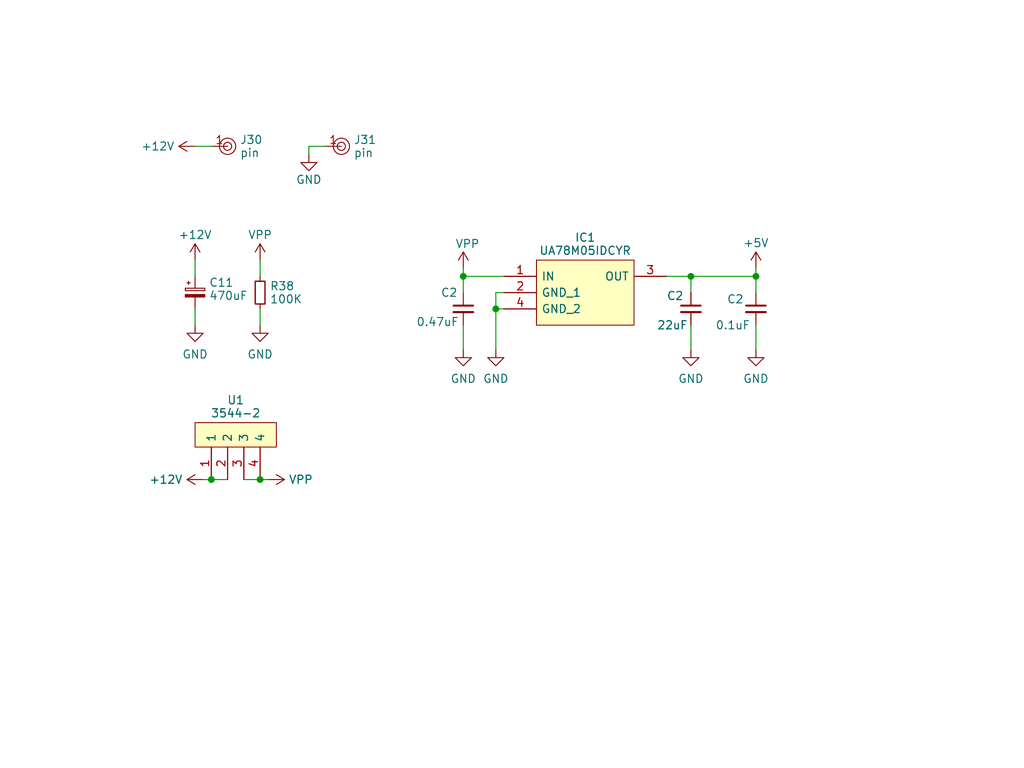
<source format=kicad_sch>
(kicad_sch (version 20230121) (generator eeschema)

  (uuid 766ee150-90bf-4745-9c67-df0896a7a826)

  (paper "User" 159.995 119.99)

  (lib_symbols
    (symbol "Device:C_Polarized_Small" (pin_numbers hide) (pin_names (offset 0.254) hide) (in_bom yes) (on_board yes)
      (property "Reference" "C" (at 0.254 1.778 0)
        (effects (font (size 1.27 1.27)) (justify left))
      )
      (property "Value" "C_Polarized_Small" (at 0.254 -2.032 0)
        (effects (font (size 1.27 1.27)) (justify left))
      )
      (property "Footprint" "" (at 0 0 0)
        (effects (font (size 1.27 1.27)) hide)
      )
      (property "Datasheet" "~" (at 0 0 0)
        (effects (font (size 1.27 1.27)) hide)
      )
      (property "ki_keywords" "cap capacitor" (at 0 0 0)
        (effects (font (size 1.27 1.27)) hide)
      )
      (property "ki_description" "Polarized capacitor, small symbol" (at 0 0 0)
        (effects (font (size 1.27 1.27)) hide)
      )
      (property "ki_fp_filters" "CP_*" (at 0 0 0)
        (effects (font (size 1.27 1.27)) hide)
      )
      (symbol "C_Polarized_Small_0_1"
        (rectangle (start -1.524 -0.3048) (end 1.524 -0.6858)
          (stroke (width 0) (type default))
          (fill (type outline))
        )
        (rectangle (start -1.524 0.6858) (end 1.524 0.3048)
          (stroke (width 0) (type default))
          (fill (type none))
        )
        (polyline
          (pts
            (xy -1.27 1.524)
            (xy -0.762 1.524)
          )
          (stroke (width 0) (type default))
          (fill (type none))
        )
        (polyline
          (pts
            (xy -1.016 1.27)
            (xy -1.016 1.778)
          )
          (stroke (width 0) (type default))
          (fill (type none))
        )
      )
      (symbol "C_Polarized_Small_1_1"
        (pin passive line (at 0 2.54 270) (length 1.8542)
          (name "~" (effects (font (size 1.27 1.27))))
          (number "1" (effects (font (size 1.27 1.27))))
        )
        (pin passive line (at 0 -2.54 90) (length 1.8542)
          (name "~" (effects (font (size 1.27 1.27))))
          (number "2" (effects (font (size 1.27 1.27))))
        )
      )
    )
    (symbol "Device:C_Small" (pin_numbers hide) (pin_names (offset 0.254) hide) (in_bom yes) (on_board yes)
      (property "Reference" "C" (at 0.254 1.778 0)
        (effects (font (size 1.27 1.27)) (justify left))
      )
      (property "Value" "C_Small" (at 0.254 -2.032 0)
        (effects (font (size 1.27 1.27)) (justify left))
      )
      (property "Footprint" "" (at 0 0 0)
        (effects (font (size 1.27 1.27)) hide)
      )
      (property "Datasheet" "~" (at 0 0 0)
        (effects (font (size 1.27 1.27)) hide)
      )
      (property "ki_keywords" "capacitor cap" (at 0 0 0)
        (effects (font (size 1.27 1.27)) hide)
      )
      (property "ki_description" "Unpolarized capacitor, small symbol" (at 0 0 0)
        (effects (font (size 1.27 1.27)) hide)
      )
      (property "ki_fp_filters" "C_*" (at 0 0 0)
        (effects (font (size 1.27 1.27)) hide)
      )
      (symbol "C_Small_0_1"
        (polyline
          (pts
            (xy -1.524 -0.508)
            (xy 1.524 -0.508)
          )
          (stroke (width 0.3302) (type default))
          (fill (type none))
        )
        (polyline
          (pts
            (xy -1.524 0.508)
            (xy 1.524 0.508)
          )
          (stroke (width 0.3048) (type default))
          (fill (type none))
        )
      )
      (symbol "C_Small_1_1"
        (pin passive line (at 0 2.54 270) (length 2.032)
          (name "~" (effects (font (size 1.27 1.27))))
          (number "1" (effects (font (size 1.27 1.27))))
        )
        (pin passive line (at 0 -2.54 90) (length 2.032)
          (name "~" (effects (font (size 1.27 1.27))))
          (number "2" (effects (font (size 1.27 1.27))))
        )
      )
    )
    (symbol "Device:R_Small" (pin_numbers hide) (pin_names (offset 0.254) hide) (in_bom yes) (on_board yes)
      (property "Reference" "R" (at 0.762 0.508 0)
        (effects (font (size 1.27 1.27)) (justify left))
      )
      (property "Value" "R_Small" (at 0.762 -1.016 0)
        (effects (font (size 1.27 1.27)) (justify left))
      )
      (property "Footprint" "" (at 0 0 0)
        (effects (font (size 1.27 1.27)) hide)
      )
      (property "Datasheet" "~" (at 0 0 0)
        (effects (font (size 1.27 1.27)) hide)
      )
      (property "ki_keywords" "R resistor" (at 0 0 0)
        (effects (font (size 1.27 1.27)) hide)
      )
      (property "ki_description" "Resistor, small symbol" (at 0 0 0)
        (effects (font (size 1.27 1.27)) hide)
      )
      (property "ki_fp_filters" "R_*" (at 0 0 0)
        (effects (font (size 1.27 1.27)) hide)
      )
      (symbol "R_Small_0_1"
        (rectangle (start -0.762 1.778) (end 0.762 -1.778)
          (stroke (width 0.2032) (type default))
          (fill (type none))
        )
      )
      (symbol "R_Small_1_1"
        (pin passive line (at 0 2.54 270) (length 0.762)
          (name "~" (effects (font (size 1.27 1.27))))
          (number "1" (effects (font (size 1.27 1.27))))
        )
        (pin passive line (at 0 -2.54 90) (length 0.762)
          (name "~" (effects (font (size 1.27 1.27))))
          (number "2" (effects (font (size 1.27 1.27))))
        )
      )
    )
    (symbol "Mylib:pin" (pin_names (offset 1.016)) (in_bom yes) (on_board yes)
      (property "Reference" "J" (at 0 0 0)
        (effects (font (size 1.27 1.27)))
      )
      (property "Value" "pin" (at 0 0 0)
        (effects (font (size 1.27 1.27)))
      )
      (property "Footprint" "" (at 0 0 0)
        (effects (font (size 1.27 1.27)) hide)
      )
      (property "Datasheet" "" (at 0 0 0)
        (effects (font (size 1.27 1.27)) hide)
      )
      (symbol "pin_0_1"
        (circle (center 2.54 -1.27) (radius 0.635)
          (stroke (width 0) (type default))
          (fill (type none))
        )
        (circle (center 2.54 -1.27) (radius 1.27)
          (stroke (width 0) (type default))
          (fill (type none))
        )
      )
      (symbol "pin_1_1"
        (pin bidirectional line (at 0 -1.27 0) (length 2.54)
          (name "~" (effects (font (size 1.27 1.27))))
          (number "1" (effects (font (size 1.27 1.27))))
        )
      )
    )
    (symbol "SamacSys_Parts:3544-2" (pin_names (offset 0.762)) (in_bom yes) (on_board yes)
      (property "Reference" "U1" (at 10.16 -2.54 0)
        (effects (font (size 1.27 1.27)) (justify left))
      )
      (property "Value" "3544-2" (at 10.16 -5.08 0)
        (effects (font (size 1.27 1.27)) (justify left))
      )
      (property "Footprint" "SamacSys_Parts:3544-2" (at 16.51 2.54 0)
        (effects (font (size 1.27 1.27)) (justify left) hide)
      )
      (property "Datasheet" "http://www.keyelco.com/product-pdf.cfm?p=1376" (at 16.51 0 0)
        (effects (font (size 1.27 1.27)) (justify left) hide)
      )
      (property "Description" "KEYSTONE - 3544-2 - FUSE HOLDER, 20A" (at 17.78 -2.54 0)
        (effects (font (size 1.27 1.27)) (justify left) hide)
      )
      (property "Height" "" (at 16.51 -5.08 0)
        (effects (font (size 1.27 1.27)) (justify left) hide)
      )
      (property "Manufacturer_Name" "Keystone Electronics" (at 16.51 -7.62 0)
        (effects (font (size 1.27 1.27)) (justify left) hide)
      )
      (property "Manufacturer_Part_Number" "3544-2" (at 16.51 -10.16 0)
        (effects (font (size 1.27 1.27)) (justify left) hide)
      )
      (property "Mouser Part Number" "534-3544-2" (at 16.51 -12.7 0)
        (effects (font (size 1.27 1.27)) (justify left) hide)
      )
      (property "Mouser Price/Stock" "https://www.mouser.co.uk/ProductDetail/Keystone-Electronics/3544-2?qs=zfzUrXoPZmgpv1XvMy4yHg%3D%3D" (at 16.51 -15.24 0)
        (effects (font (size 1.27 1.27)) (justify left) hide)
      )
      (property "Arrow Part Number" "3544-2" (at 16.51 -17.78 0)
        (effects (font (size 1.27 1.27)) (justify left) hide)
      )
      (property "Arrow Price/Stock" "https://www.arrow.com/en/products/3544-2/keystone-electronics?region=europe" (at 16.51 -20.32 0)
        (effects (font (size 1.27 1.27)) (justify left) hide)
      )
      (property "ki_description" "KEYSTONE - 3544-2 - FUSE HOLDER, 20A" (at 0 0 0)
        (effects (font (size 1.27 1.27)) hide)
      )
      (symbol "3544-2_0_0"
        (pin passive line (at 0 0 0) (length 5.08)
          (name "1" (effects (font (size 1.27 1.27))))
          (number "1" (effects (font (size 1.27 1.27))))
        )
        (pin passive line (at 0 -2.54 0) (length 5.08)
          (name "2" (effects (font (size 1.27 1.27))))
          (number "2" (effects (font (size 1.27 1.27))))
        )
        (pin passive line (at 0 -5.08 0) (length 5.08)
          (name "3" (effects (font (size 1.27 1.27))))
          (number "3" (effects (font (size 1.27 1.27))))
        )
        (pin passive line (at 0 -7.62 0) (length 5.08)
          (name "4" (effects (font (size 1.27 1.27))))
          (number "4" (effects (font (size 1.27 1.27))))
        )
      )
      (symbol "3544-2_1_1"
        (polyline
          (pts
            (xy 5.08 2.54)
            (xy 8.89 2.54)
            (xy 8.89 -10.16)
            (xy 5.08 -10.16)
            (xy 5.08 2.54)
          )
          (stroke (width 0.1524) (type solid))
          (fill (type background))
        )
      )
    )
    (symbol "SamacSys_Parts:LM2940IMP-5.0_NOPB" (pin_names (offset 0.762)) (in_bom yes) (on_board yes)
      (property "Reference" "IC1" (at 15.24 6.0692 0)
        (effects (font (size 1.27 1.27)))
      )
      (property "Value" "LM2940IMP-5.0_NOPB" (at 15.24 4.0212 0)
        (effects (font (size 1.27 1.27)))
      )
      (property "Footprint" "SOT230P700X180-4N" (at 26.67 2.54 0)
        (effects (font (size 1.27 1.27)) (justify left) hide)
      )
      (property "Datasheet" "https://datasheet.datasheetarchive.com/originals/distributors/Datasheets-SFU2/DSASFU100037171.pdf" (at 26.67 0 0)
        (effects (font (size 1.27 1.27)) (justify left) hide)
      )
      (property "Description" "LDO Regulator Pos 5V 1A SOT223 Texas Instruments LM2940IMP-5.0/NOPB, LDO Voltage Regulator, 1A, 5 V, 26 Vin, 3-Pin SOT-223" (at 26.67 -2.54 0)
        (effects (font (size 1.27 1.27)) (justify left) hide)
      )
      (property "Height" "1.8" (at 26.67 -5.08 0)
        (effects (font (size 1.27 1.27)) (justify left) hide)
      )
      (property "Manufacturer_Name" "Texas Instruments" (at 26.67 -7.62 0)
        (effects (font (size 1.27 1.27)) (justify left) hide)
      )
      (property "Manufacturer_Part_Number" "LM2940IMP-5.0/NOPB" (at 26.67 -10.16 0)
        (effects (font (size 1.27 1.27)) (justify left) hide)
      )
      (property "Mouser Part Number" "926-LM2940IMP5.0NOPB" (at 26.67 -12.7 0)
        (effects (font (size 1.27 1.27)) (justify left) hide)
      )
      (property "Mouser Price/Stock" "https://www.mouser.co.uk/ProductDetail/Texas-Instruments/LM2940IMP-5.0-NOPB?qs=X1J7HmVL2ZHsH%2FeS8BdGfg%3D%3D" (at 26.67 -15.24 0)
        (effects (font (size 1.27 1.27)) (justify left) hide)
      )
      (property "Arrow Part Number" "LM2940IMP-5.0/NOPB" (at 26.67 -17.78 0)
        (effects (font (size 1.27 1.27)) (justify left) hide)
      )
      (property "Arrow Price/Stock" "https://www.arrow.com/en/products/lm2940imp-5.0nopb/texas-instruments?region=nac" (at 26.67 -20.32 0)
        (effects (font (size 1.27 1.27)) (justify left) hide)
      )
      (property "ki_description" "LDO Regulator Pos 5V 1A SOT223 Texas Instruments LM2940IMP-5.0/NOPB, LDO Voltage Regulator, 1A, 5 V, 26 Vin, 3-Pin SOT-223" (at 0 0 0)
        (effects (font (size 1.27 1.27)) hide)
      )
      (symbol "LM2940IMP-5.0_NOPB_0_0"
        (pin passive line (at 0 0 0) (length 5.08)
          (name "IN" (effects (font (size 1.27 1.27))))
          (number "1" (effects (font (size 1.27 1.27))))
        )
        (pin passive line (at 0 -2.54 0) (length 5.08)
          (name "GND_1" (effects (font (size 1.27 1.27))))
          (number "2" (effects (font (size 1.27 1.27))))
        )
        (pin passive line (at 25.4 0 180) (length 5.08)
          (name "OUT" (effects (font (size 1.27 1.27))))
          (number "3" (effects (font (size 1.27 1.27))))
        )
        (pin passive line (at 0 -5.08 0) (length 5.08)
          (name "GND_2" (effects (font (size 1.27 1.27))))
          (number "4" (effects (font (size 1.27 1.27))))
        )
      )
      (symbol "LM2940IMP-5.0_NOPB_1_1"
        (polyline
          (pts
            (xy 5.08 2.54)
            (xy 20.32 2.54)
            (xy 20.32 -7.62)
            (xy 5.08 -7.62)
            (xy 5.08 2.54)
          )
          (stroke (width 0.1524) (type solid))
          (fill (type background))
        )
      )
    )
    (symbol "power:+12V" (power) (pin_names (offset 0)) (in_bom yes) (on_board yes)
      (property "Reference" "#PWR" (at 0 -3.81 0)
        (effects (font (size 1.27 1.27)) hide)
      )
      (property "Value" "+12V" (at 0 3.556 0)
        (effects (font (size 1.27 1.27)))
      )
      (property "Footprint" "" (at 0 0 0)
        (effects (font (size 1.27 1.27)) hide)
      )
      (property "Datasheet" "" (at 0 0 0)
        (effects (font (size 1.27 1.27)) hide)
      )
      (property "ki_keywords" "global power" (at 0 0 0)
        (effects (font (size 1.27 1.27)) hide)
      )
      (property "ki_description" "Power symbol creates a global label with name \"+12V\"" (at 0 0 0)
        (effects (font (size 1.27 1.27)) hide)
      )
      (symbol "+12V_0_1"
        (polyline
          (pts
            (xy -0.762 1.27)
            (xy 0 2.54)
          )
          (stroke (width 0) (type default))
          (fill (type none))
        )
        (polyline
          (pts
            (xy 0 0)
            (xy 0 2.54)
          )
          (stroke (width 0) (type default))
          (fill (type none))
        )
        (polyline
          (pts
            (xy 0 2.54)
            (xy 0.762 1.27)
          )
          (stroke (width 0) (type default))
          (fill (type none))
        )
      )
      (symbol "+12V_1_1"
        (pin power_in line (at 0 0 90) (length 0) hide
          (name "+12V" (effects (font (size 1.27 1.27))))
          (number "1" (effects (font (size 1.27 1.27))))
        )
      )
    )
    (symbol "power:+5V" (power) (pin_names (offset 0)) (in_bom yes) (on_board yes)
      (property "Reference" "#PWR" (at 0 -3.81 0)
        (effects (font (size 1.27 1.27)) hide)
      )
      (property "Value" "+5V" (at 0 3.556 0)
        (effects (font (size 1.27 1.27)))
      )
      (property "Footprint" "" (at 0 0 0)
        (effects (font (size 1.27 1.27)) hide)
      )
      (property "Datasheet" "" (at 0 0 0)
        (effects (font (size 1.27 1.27)) hide)
      )
      (property "ki_keywords" "global power" (at 0 0 0)
        (effects (font (size 1.27 1.27)) hide)
      )
      (property "ki_description" "Power symbol creates a global label with name \"+5V\"" (at 0 0 0)
        (effects (font (size 1.27 1.27)) hide)
      )
      (symbol "+5V_0_1"
        (polyline
          (pts
            (xy -0.762 1.27)
            (xy 0 2.54)
          )
          (stroke (width 0) (type default))
          (fill (type none))
        )
        (polyline
          (pts
            (xy 0 0)
            (xy 0 2.54)
          )
          (stroke (width 0) (type default))
          (fill (type none))
        )
        (polyline
          (pts
            (xy 0 2.54)
            (xy 0.762 1.27)
          )
          (stroke (width 0) (type default))
          (fill (type none))
        )
      )
      (symbol "+5V_1_1"
        (pin power_in line (at 0 0 90) (length 0) hide
          (name "+5V" (effects (font (size 1.27 1.27))))
          (number "1" (effects (font (size 1.27 1.27))))
        )
      )
    )
    (symbol "power:GND" (power) (pin_names (offset 0)) (in_bom yes) (on_board yes)
      (property "Reference" "#PWR" (at 0 -6.35 0)
        (effects (font (size 1.27 1.27)) hide)
      )
      (property "Value" "GND" (at 0 -3.81 0)
        (effects (font (size 1.27 1.27)))
      )
      (property "Footprint" "" (at 0 0 0)
        (effects (font (size 1.27 1.27)) hide)
      )
      (property "Datasheet" "" (at 0 0 0)
        (effects (font (size 1.27 1.27)) hide)
      )
      (property "ki_keywords" "power-flag" (at 0 0 0)
        (effects (font (size 1.27 1.27)) hide)
      )
      (property "ki_description" "Power symbol creates a global label with name \"GND\" , ground" (at 0 0 0)
        (effects (font (size 1.27 1.27)) hide)
      )
      (symbol "GND_0_1"
        (polyline
          (pts
            (xy 0 0)
            (xy 0 -1.27)
            (xy 1.27 -1.27)
            (xy 0 -2.54)
            (xy -1.27 -1.27)
            (xy 0 -1.27)
          )
          (stroke (width 0) (type default))
          (fill (type none))
        )
      )
      (symbol "GND_1_1"
        (pin power_in line (at 0 0 270) (length 0) hide
          (name "GND" (effects (font (size 1.27 1.27))))
          (number "1" (effects (font (size 1.27 1.27))))
        )
      )
    )
    (symbol "power:VPP" (power) (pin_names (offset 0)) (in_bom yes) (on_board yes)
      (property "Reference" "#PWR" (at 0 -3.81 0)
        (effects (font (size 1.27 1.27)) hide)
      )
      (property "Value" "VPP" (at 0 3.81 0)
        (effects (font (size 1.27 1.27)))
      )
      (property "Footprint" "" (at 0 0 0)
        (effects (font (size 1.27 1.27)) hide)
      )
      (property "Datasheet" "" (at 0 0 0)
        (effects (font (size 1.27 1.27)) hide)
      )
      (property "ki_keywords" "power-flag" (at 0 0 0)
        (effects (font (size 1.27 1.27)) hide)
      )
      (property "ki_description" "Power symbol creates a global label with name \"VPP\"" (at 0 0 0)
        (effects (font (size 1.27 1.27)) hide)
      )
      (symbol "VPP_0_1"
        (polyline
          (pts
            (xy -0.762 1.27)
            (xy 0 2.54)
          )
          (stroke (width 0) (type default))
          (fill (type none))
        )
        (polyline
          (pts
            (xy 0 0)
            (xy 0 2.54)
          )
          (stroke (width 0) (type default))
          (fill (type none))
        )
        (polyline
          (pts
            (xy 0 2.54)
            (xy 0.762 1.27)
          )
          (stroke (width 0) (type default))
          (fill (type none))
        )
      )
      (symbol "VPP_1_1"
        (pin power_in line (at 0 0 90) (length 0) hide
          (name "VPP" (effects (font (size 1.27 1.27))))
          (number "1" (effects (font (size 1.27 1.27))))
        )
      )
    )
  )

  (junction (at 77.47 48.26) (diameter 0) (color 0 0 0 0)
    (uuid c2132298-6982-466c-a710-9b37564672c3)
  )
  (junction (at 40.64 74.93) (diameter 0) (color 0 0 0 0)
    (uuid c8e4dadc-e493-4547-8af7-bbae87dd6615)
  )
  (junction (at 118.11 43.18) (diameter 0) (color 0 0 0 0)
    (uuid e03f4efc-2dbb-45df-83b9-a1f0f7c01607)
  )
  (junction (at 33.02 74.93) (diameter 0) (color 0 0 0 0)
    (uuid e40f692e-1c0c-4921-a3e7-73ac3571ff28)
  )
  (junction (at 72.39 43.18) (diameter 0) (color 0 0 0 0)
    (uuid f0ea047f-364c-4303-89b9-58fb8483c1c4)
  )
  (junction (at 107.95 43.18) (diameter 0) (color 0 0 0 0)
    (uuid fc63233e-70a8-46e0-8f32-10a77f3c9157)
  )

  (wire (pts (xy 30.48 40.64) (xy 30.48 43.18))
    (stroke (width 0) (type default))
    (uuid 08e5dbd0-71d8-4a56-b7a4-56e19d55d5e2)
  )
  (wire (pts (xy 30.48 48.26) (xy 30.48 50.8))
    (stroke (width 0) (type default))
    (uuid 20c55510-299b-4383-9c43-958ad02120e5)
  )
  (wire (pts (xy 77.47 45.72) (xy 78.74 45.72))
    (stroke (width 0) (type default))
    (uuid 230f3599-b01b-435a-8bbf-c1b1d08612c5)
  )
  (wire (pts (xy 118.11 41.91) (xy 118.11 43.18))
    (stroke (width 0) (type default))
    (uuid 31a6c6cb-74be-4764-96a3-000fc3daf678)
  )
  (wire (pts (xy 38.1 74.93) (xy 40.64 74.93))
    (stroke (width 0) (type default))
    (uuid 4622ba12-1e33-4d61-86fb-797e7417944c)
  )
  (wire (pts (xy 72.39 43.18) (xy 72.39 45.72))
    (stroke (width 0) (type default))
    (uuid 4668e388-5b3a-4875-ba17-df7484b9a992)
  )
  (wire (pts (xy 40.64 74.93) (xy 41.91 74.93))
    (stroke (width 0) (type default))
    (uuid 46955a13-12c3-446b-ad6c-71f7d26d1db9)
  )
  (wire (pts (xy 33.02 74.93) (xy 35.56 74.93))
    (stroke (width 0) (type default))
    (uuid 4ba382a3-ea7f-47fa-b6ea-1afd0f475e46)
  )
  (wire (pts (xy 77.47 48.26) (xy 78.74 48.26))
    (stroke (width 0) (type default))
    (uuid 6aeb95f9-2eb0-4802-8148-39088a5c2a42)
  )
  (wire (pts (xy 118.11 50.8) (xy 118.11 54.61))
    (stroke (width 0) (type default))
    (uuid 6e0ee0e6-d6b9-436e-8875-03315eff6ce9)
  )
  (wire (pts (xy 40.64 40.64) (xy 40.64 43.18))
    (stroke (width 0) (type default))
    (uuid 8500d1ef-292e-4e81-b858-565fe06579a5)
  )
  (wire (pts (xy 77.47 48.26) (xy 77.47 54.61))
    (stroke (width 0) (type default))
    (uuid 8b95cd0e-b8b1-4b82-adcd-594af25e186b)
  )
  (wire (pts (xy 40.64 48.26) (xy 40.64 50.8))
    (stroke (width 0) (type default))
    (uuid 95768d52-55d8-49d7-a511-17f85b625f63)
  )
  (wire (pts (xy 48.26 24.13) (xy 48.26 22.86))
    (stroke (width 0) (type default))
    (uuid a20ee801-c12d-4677-b7ee-b43c566781ea)
  )
  (wire (pts (xy 107.95 50.8) (xy 107.95 54.61))
    (stroke (width 0) (type default))
    (uuid a20f1ed1-edef-4801-bfc3-22a517917fac)
  )
  (wire (pts (xy 30.48 22.86) (xy 33.02 22.86))
    (stroke (width 0) (type default))
    (uuid b0b4bf5a-ccb6-40fa-9bd9-bdd1c8fd60aa)
  )
  (wire (pts (xy 107.95 45.72) (xy 107.95 43.18))
    (stroke (width 0) (type default))
    (uuid b1569694-f223-453d-84e3-5dd1d9633f73)
  )
  (wire (pts (xy 48.26 22.86) (xy 50.8 22.86))
    (stroke (width 0) (type default))
    (uuid b506865c-45ba-452d-8045-d5a71ed2afd3)
  )
  (wire (pts (xy 72.39 41.91) (xy 72.39 43.18))
    (stroke (width 0) (type default))
    (uuid b809dd5b-0445-4ff9-8c33-3fcdb66cb5d8)
  )
  (wire (pts (xy 31.75 74.93) (xy 33.02 74.93))
    (stroke (width 0) (type default))
    (uuid c45563f7-6033-423c-8983-3f0e1460a867)
  )
  (wire (pts (xy 104.14 43.18) (xy 107.95 43.18))
    (stroke (width 0) (type default))
    (uuid c75f0c45-a022-4b51-b62f-0ca0b72e20aa)
  )
  (wire (pts (xy 72.39 43.18) (xy 78.74 43.18))
    (stroke (width 0) (type default))
    (uuid c8204b2e-878c-402f-83a8-b058af538fe1)
  )
  (wire (pts (xy 77.47 48.26) (xy 77.47 45.72))
    (stroke (width 0) (type default))
    (uuid c82f6214-46f9-46b8-850f-c5d352f77a6c)
  )
  (wire (pts (xy 118.11 43.18) (xy 107.95 43.18))
    (stroke (width 0) (type default))
    (uuid d0197fe7-3a3d-4fa5-87b6-bee7469fd10d)
  )
  (wire (pts (xy 118.11 43.18) (xy 118.11 45.72))
    (stroke (width 0) (type default))
    (uuid db23ab09-cb84-4bda-980b-9a10dbf4b8cd)
  )
  (wire (pts (xy 72.39 50.8) (xy 72.39 54.61))
    (stroke (width 0) (type default))
    (uuid f8ba56a3-8a54-4b8a-97f3-0419a1eb536e)
  )

  (symbol (lib_id "Device:C_Small") (at 72.39 48.26 0) (unit 1)
    (in_bom yes) (on_board yes) (dnp no)
    (uuid 0200a2d5-2eff-4414-a018-2de5e1f3ebbe)
    (property "Reference" "C2" (at 68.834 45.72 0)
      (effects (font (size 1.27 1.27)) (justify left))
    )
    (property "Value" "0.47uF" (at 65.024 50.292 0)
      (effects (font (size 1.27 1.27)) (justify left))
    )
    (property "Footprint" "Capacitor_SMD:C_1206_3216Metric_Pad1.33x1.80mm_HandSolder" (at 72.39 48.26 0)
      (effects (font (size 1.27 1.27)) hide)
    )
    (property "Datasheet" "~" (at 72.39 48.26 0)
      (effects (font (size 1.27 1.27)) hide)
    )
    (pin "1" (uuid 2e43caa1-cf3d-4bd2-80cd-4349cc11551a))
    (pin "2" (uuid 100731d1-c031-4565-a612-60b0f9a43e71))
    (instances
      (project "RPi_Pico_W_A4988_control_board"
        (path "/67ad53b0-e724-4354-8add-ffbe056bca93"
          (reference "C2") (unit 1)
        )
        (path "/67ad53b0-e724-4354-8add-ffbe056bca93/07c0a6ff-eef2-4578-b5db-f7e0ea607e3d"
          (reference "C9") (unit 1)
        )
        (path "/67ad53b0-e724-4354-8add-ffbe056bca93/9c4f98f1-bc47-4c4b-bbad-ba5566d013b5"
          (reference "C3") (unit 1)
        )
        (path "/67ad53b0-e724-4354-8add-ffbe056bca93/03c1781e-297b-49e1-8cb8-7d532072eddb"
          (reference "C4") (unit 1)
        )
      )
    )
  )

  (symbol (lib_id "power:VPP") (at 41.91 74.93 270) (unit 1)
    (in_bom yes) (on_board yes) (dnp no) (fields_autoplaced)
    (uuid 0a11aa13-fcaf-4900-ac97-bc0cd5bdfb49)
    (property "Reference" "#PWR0108" (at 38.1 74.93 0)
      (effects (font (size 1.27 1.27)) hide)
    )
    (property "Value" "VPP" (at 45.085 74.93 90)
      (effects (font (size 1.27 1.27)) (justify left))
    )
    (property "Footprint" "" (at 41.91 74.93 0)
      (effects (font (size 1.27 1.27)) hide)
    )
    (property "Datasheet" "" (at 41.91 74.93 0)
      (effects (font (size 1.27 1.27)) hide)
    )
    (pin "1" (uuid a7af6b98-2701-4e95-b274-3c383cbee451))
    (instances
      (project "RPi_Pico_W_A4988_control_board"
        (path "/67ad53b0-e724-4354-8add-ffbe056bca93/9c4f98f1-bc47-4c4b-bbad-ba5566d013b5"
          (reference "#PWR0108") (unit 1)
        )
        (path "/67ad53b0-e724-4354-8add-ffbe056bca93/03c1781e-297b-49e1-8cb8-7d532072eddb"
          (reference "#PWR0107") (unit 1)
        )
      )
      (project "Motor_module"
        (path "/e63e39d7-6ac0-4ffd-8aa3-1841a4541b55"
          (reference "#PWR0134") (unit 1)
        )
      )
    )
  )

  (symbol (lib_id "SamacSys_Parts:3544-2") (at 33.02 74.93 90) (unit 1)
    (in_bom yes) (on_board yes) (dnp no) (fields_autoplaced)
    (uuid 1e543125-7b05-40d6-97e0-2cf7f93bb64e)
    (property "Reference" "U1" (at 36.83 62.5108 90)
      (effects (font (size 1.27 1.27)))
    )
    (property "Value" "3544-2" (at 36.83 64.5588 90)
      (effects (font (size 1.27 1.27)))
    )
    (property "Footprint" "SamacSys_Parts:3544-2" (at 30.48 58.42 0)
      (effects (font (size 1.27 1.27)) (justify left) hide)
    )
    (property "Datasheet" "http://www.keyelco.com/product-pdf.cfm?p=1376" (at 33.02 58.42 0)
      (effects (font (size 1.27 1.27)) (justify left) hide)
    )
    (property "Description" "KEYSTONE - 3544-2 - FUSE HOLDER, 20A" (at 35.56 57.15 0)
      (effects (font (size 1.27 1.27)) (justify left) hide)
    )
    (property "Height" "" (at 38.1 58.42 0)
      (effects (font (size 1.27 1.27)) (justify left) hide)
    )
    (property "Manufacturer_Name" "Keystone Electronics" (at 40.64 58.42 0)
      (effects (font (size 1.27 1.27)) (justify left) hide)
    )
    (property "Manufacturer_Part_Number" "3544-2" (at 43.18 58.42 0)
      (effects (font (size 1.27 1.27)) (justify left) hide)
    )
    (property "Mouser Part Number" "534-3544-2" (at 45.72 58.42 0)
      (effects (font (size 1.27 1.27)) (justify left) hide)
    )
    (property "Mouser Price/Stock" "https://www.mouser.co.uk/ProductDetail/Keystone-Electronics/3544-2?qs=zfzUrXoPZmgpv1XvMy4yHg%3D%3D" (at 48.26 58.42 0)
      (effects (font (size 1.27 1.27)) (justify left) hide)
    )
    (property "Arrow Part Number" "3544-2" (at 50.8 58.42 0)
      (effects (font (size 1.27 1.27)) (justify left) hide)
    )
    (property "Arrow Price/Stock" "https://www.arrow.com/en/products/3544-2/keystone-electronics?region=europe" (at 53.34 58.42 0)
      (effects (font (size 1.27 1.27)) (justify left) hide)
    )
    (pin "1" (uuid 5ac3f19e-d457-48fe-ba46-8efa676867f9))
    (pin "2" (uuid 43304534-ff8c-4ac3-8c41-1934af3f9fe8))
    (pin "3" (uuid 29602909-262a-4265-b924-7fc0474c747f))
    (pin "4" (uuid 8945c9b6-b8f0-476f-aa43-644abba95529))
    (instances
      (project "INDICATOR"
        (path "/65265907-6721-4f79-b3a8-f708d4e7460b"
          (reference "U1") (unit 1)
        )
      )
      (project "RPi_Pico_W_A4988_control_board"
        (path "/67ad53b0-e724-4354-8add-ffbe056bca93/03c1781e-297b-49e1-8cb8-7d532072eddb"
          (reference "U1") (unit 1)
        )
        (path "/67ad53b0-e724-4354-8add-ffbe056bca93/9c4f98f1-bc47-4c4b-bbad-ba5566d013b5"
          (reference "U1") (unit 1)
        )
      )
    )
  )

  (symbol (lib_id "Device:R_Small") (at 40.64 45.72 0) (unit 1)
    (in_bom yes) (on_board yes) (dnp no) (fields_autoplaced)
    (uuid 23c97819-7606-4fa0-ba2d-cd869983fcce)
    (property "Reference" "R38" (at 42.1386 44.696 0)
      (effects (font (size 1.27 1.27)) (justify left))
    )
    (property "Value" "100K" (at 42.1386 46.744 0)
      (effects (font (size 1.27 1.27)) (justify left))
    )
    (property "Footprint" "Resistor_SMD:R_1206_3216Metric_Pad1.30x1.75mm_HandSolder" (at 40.64 45.72 0)
      (effects (font (size 1.27 1.27)) hide)
    )
    (property "Datasheet" "~" (at 40.64 45.72 0)
      (effects (font (size 1.27 1.27)) hide)
    )
    (pin "1" (uuid 3bc76f5d-3546-45e8-baa2-aec1dbbe950b))
    (pin "2" (uuid 819bbaca-bc5f-4fb3-86e7-c8f2603cce29))
    (instances
      (project "RPi_Pico_W_A4988_control_board"
        (path "/67ad53b0-e724-4354-8add-ffbe056bca93/03c1781e-297b-49e1-8cb8-7d532072eddb"
          (reference "R38") (unit 1)
        )
      )
    )
  )

  (symbol (lib_id "Mylib:pin") (at 50.8 21.59 0) (unit 1)
    (in_bom yes) (on_board yes) (dnp no) (fields_autoplaced)
    (uuid 29ca9f0b-9b77-4160-b388-48eaefa1dbc6)
    (property "Reference" "J31" (at 55.245 21.836 0)
      (effects (font (size 1.27 1.27)) (justify left))
    )
    (property "Value" "pin" (at 55.245 23.884 0)
      (effects (font (size 1.27 1.27)) (justify left))
    )
    (property "Footprint" "Mylib:conn_SMD_15mmx5mm" (at 50.8 21.59 0)
      (effects (font (size 1.27 1.27)) hide)
    )
    (property "Datasheet" "" (at 50.8 21.59 0)
      (effects (font (size 1.27 1.27)) hide)
    )
    (pin "1" (uuid 44e60f76-41c4-434f-b0c6-d6a747bca92d))
    (instances
      (project "RPi_Pico_W_A4988_control_board"
        (path "/67ad53b0-e724-4354-8add-ffbe056bca93/9c4f98f1-bc47-4c4b-bbad-ba5566d013b5"
          (reference "J31") (unit 1)
        )
        (path "/67ad53b0-e724-4354-8add-ffbe056bca93/03c1781e-297b-49e1-8cb8-7d532072eddb"
          (reference "J31") (unit 1)
        )
      )
    )
  )

  (symbol (lib_id "power:+12V") (at 31.75 74.93 90) (unit 1)
    (in_bom yes) (on_board yes) (dnp no) (fields_autoplaced)
    (uuid 32bf2efb-70ed-40dc-90c8-93c4109ae375)
    (property "Reference" "#PWR0108" (at 35.56 74.93 0)
      (effects (font (size 1.27 1.27)) hide)
    )
    (property "Value" "+12V" (at 28.575 74.93 90)
      (effects (font (size 1.27 1.27)) (justify left))
    )
    (property "Footprint" "" (at 31.75 74.93 0)
      (effects (font (size 1.27 1.27)) hide)
    )
    (property "Datasheet" "" (at 31.75 74.93 0)
      (effects (font (size 1.27 1.27)) hide)
    )
    (pin "1" (uuid cab9c9a4-0a14-4875-be1b-d8a0d8977b68))
    (instances
      (project "RPi_Pico_W_A4988_control_board"
        (path "/67ad53b0-e724-4354-8add-ffbe056bca93/03c1781e-297b-49e1-8cb8-7d532072eddb"
          (reference "#PWR0108") (unit 1)
        )
        (path "/67ad53b0-e724-4354-8add-ffbe056bca93/9c4f98f1-bc47-4c4b-bbad-ba5566d013b5"
          (reference "#PWR0107") (unit 1)
        )
      )
    )
  )

  (symbol (lib_id "power:+5V") (at 118.11 41.91 0) (unit 1)
    (in_bom yes) (on_board yes) (dnp no) (fields_autoplaced)
    (uuid 36b210ca-f12f-4810-b98c-d4af789ca898)
    (property "Reference" "#PWR065" (at 118.11 45.72 0)
      (effects (font (size 1.27 1.27)) hide)
    )
    (property "Value" "+5V" (at 118.11 37.965 0)
      (effects (font (size 1.27 1.27)))
    )
    (property "Footprint" "" (at 118.11 41.91 0)
      (effects (font (size 1.27 1.27)) hide)
    )
    (property "Datasheet" "" (at 118.11 41.91 0)
      (effects (font (size 1.27 1.27)) hide)
    )
    (pin "1" (uuid 8e8fda3c-0ff5-40af-b8f6-28629a5708f6))
    (instances
      (project "RPi_Pico_W_A4988_control_board"
        (path "/67ad53b0-e724-4354-8add-ffbe056bca93/03c1781e-297b-49e1-8cb8-7d532072eddb"
          (reference "#PWR065") (unit 1)
        )
      )
    )
  )

  (symbol (lib_id "power:VPP") (at 72.39 41.91 0) (unit 1)
    (in_bom yes) (on_board yes) (dnp no)
    (uuid 3d55ff0f-c677-4069-b86d-8e73e46e77ac)
    (property "Reference" "#PWR0108" (at 72.39 45.72 0)
      (effects (font (size 1.27 1.27)) hide)
    )
    (property "Value" "VPP" (at 71.12 38.1 0)
      (effects (font (size 1.27 1.27)) (justify left))
    )
    (property "Footprint" "" (at 72.39 41.91 0)
      (effects (font (size 1.27 1.27)) hide)
    )
    (property "Datasheet" "" (at 72.39 41.91 0)
      (effects (font (size 1.27 1.27)) hide)
    )
    (pin "1" (uuid ae266846-59ae-4aa5-9881-e153a454861b))
    (instances
      (project "RPi_Pico_W_A4988_control_board"
        (path "/67ad53b0-e724-4354-8add-ffbe056bca93/9c4f98f1-bc47-4c4b-bbad-ba5566d013b5"
          (reference "#PWR0108") (unit 1)
        )
        (path "/67ad53b0-e724-4354-8add-ffbe056bca93/03c1781e-297b-49e1-8cb8-7d532072eddb"
          (reference "#PWR076") (unit 1)
        )
      )
      (project "Motor_module"
        (path "/e63e39d7-6ac0-4ffd-8aa3-1841a4541b55"
          (reference "#PWR0134") (unit 1)
        )
      )
    )
  )

  (symbol (lib_id "power:+12V") (at 30.48 22.86 90) (unit 1)
    (in_bom yes) (on_board yes) (dnp no) (fields_autoplaced)
    (uuid 5a642ad4-b873-461c-a3ea-28027d8a4ec9)
    (property "Reference" "#PWR0109" (at 34.29 22.86 0)
      (effects (font (size 1.27 1.27)) hide)
    )
    (property "Value" "+12V" (at 27.305 22.86 90)
      (effects (font (size 1.27 1.27)) (justify left))
    )
    (property "Footprint" "" (at 30.48 22.86 0)
      (effects (font (size 1.27 1.27)) hide)
    )
    (property "Datasheet" "" (at 30.48 22.86 0)
      (effects (font (size 1.27 1.27)) hide)
    )
    (pin "1" (uuid 945a2132-7547-47d3-a2e0-ee0f34d01d9f))
    (instances
      (project "RPi_Pico_W_A4988_control_board"
        (path "/67ad53b0-e724-4354-8add-ffbe056bca93/03c1781e-297b-49e1-8cb8-7d532072eddb"
          (reference "#PWR0109") (unit 1)
        )
        (path "/67ad53b0-e724-4354-8add-ffbe056bca93/9c4f98f1-bc47-4c4b-bbad-ba5566d013b5"
          (reference "#PWR0110") (unit 1)
        )
      )
    )
  )

  (symbol (lib_id "power:GND") (at 40.64 50.8 0) (unit 1)
    (in_bom yes) (on_board yes) (dnp no) (fields_autoplaced)
    (uuid 5b9459ce-9d8d-4431-b52e-6f62127743fc)
    (property "Reference" "#PWR05" (at 40.64 57.15 0)
      (effects (font (size 1.27 1.27)) hide)
    )
    (property "Value" "GND" (at 40.64 55.3625 0)
      (effects (font (size 1.27 1.27)))
    )
    (property "Footprint" "" (at 40.64 50.8 0)
      (effects (font (size 1.27 1.27)) hide)
    )
    (property "Datasheet" "" (at 40.64 50.8 0)
      (effects (font (size 1.27 1.27)) hide)
    )
    (pin "1" (uuid 227e65f9-6c0c-427b-b892-6e3354599e35))
    (instances
      (project "RPi_Pico_W_A4988_control_board"
        (path "/67ad53b0-e724-4354-8add-ffbe056bca93/9c4f98f1-bc47-4c4b-bbad-ba5566d013b5"
          (reference "#PWR05") (unit 1)
        )
        (path "/67ad53b0-e724-4354-8add-ffbe056bca93/03c1781e-297b-49e1-8cb8-7d532072eddb"
          (reference "#PWR0112") (unit 1)
        )
      )
      (project "Motor_module"
        (path "/e63e39d7-6ac0-4ffd-8aa3-1841a4541b55"
          (reference "#PWR0112") (unit 1)
        )
      )
    )
  )

  (symbol (lib_id "Device:C_Small") (at 118.11 48.26 0) (unit 1)
    (in_bom yes) (on_board yes) (dnp no)
    (uuid 5d52449c-bc5e-4be7-92de-6c8aa94f0cdf)
    (property "Reference" "C2" (at 113.538 46.736 0)
      (effects (font (size 1.27 1.27)) (justify left))
    )
    (property "Value" "0.1uF" (at 111.76 50.8 0)
      (effects (font (size 1.27 1.27)) (justify left))
    )
    (property "Footprint" "Capacitor_SMD:C_1206_3216Metric_Pad1.33x1.80mm_HandSolder" (at 118.11 48.26 0)
      (effects (font (size 1.27 1.27)) hide)
    )
    (property "Datasheet" "~" (at 118.11 48.26 0)
      (effects (font (size 1.27 1.27)) hide)
    )
    (pin "1" (uuid 4db62bb5-8f6a-4b29-a83d-474675168c4d))
    (pin "2" (uuid 88b4f94f-ca30-47e8-b5eb-fa9bd478f9fe))
    (instances
      (project "RPi_Pico_W_A4988_control_board"
        (path "/67ad53b0-e724-4354-8add-ffbe056bca93"
          (reference "C2") (unit 1)
        )
        (path "/67ad53b0-e724-4354-8add-ffbe056bca93/07c0a6ff-eef2-4578-b5db-f7e0ea607e3d"
          (reference "C9") (unit 1)
        )
        (path "/67ad53b0-e724-4354-8add-ffbe056bca93/9c4f98f1-bc47-4c4b-bbad-ba5566d013b5"
          (reference "C1") (unit 1)
        )
        (path "/67ad53b0-e724-4354-8add-ffbe056bca93/03c1781e-297b-49e1-8cb8-7d532072eddb"
          (reference "C5") (unit 1)
        )
      )
    )
  )

  (symbol (lib_id "power:GND") (at 118.11 54.61 0) (unit 1)
    (in_bom yes) (on_board yes) (dnp no) (fields_autoplaced)
    (uuid 895fd4c3-a55e-49e1-adaa-0910893b8a66)
    (property "Reference" "#PWR05" (at 118.11 60.96 0)
      (effects (font (size 1.27 1.27)) hide)
    )
    (property "Value" "GND" (at 118.11 59.1725 0)
      (effects (font (size 1.27 1.27)))
    )
    (property "Footprint" "" (at 118.11 54.61 0)
      (effects (font (size 1.27 1.27)) hide)
    )
    (property "Datasheet" "" (at 118.11 54.61 0)
      (effects (font (size 1.27 1.27)) hide)
    )
    (pin "1" (uuid fb40535c-485a-4789-ae08-31f96066199a))
    (instances
      (project "RPi_Pico_W_A4988_control_board"
        (path "/67ad53b0-e724-4354-8add-ffbe056bca93/9c4f98f1-bc47-4c4b-bbad-ba5566d013b5"
          (reference "#PWR05") (unit 1)
        )
        (path "/67ad53b0-e724-4354-8add-ffbe056bca93/03c1781e-297b-49e1-8cb8-7d532072eddb"
          (reference "#PWR05") (unit 1)
        )
      )
      (project "Motor_module"
        (path "/e63e39d7-6ac0-4ffd-8aa3-1841a4541b55"
          (reference "#PWR0112") (unit 1)
        )
      )
    )
  )

  (symbol (lib_id "Device:C_Polarized_Small") (at 30.48 45.72 0) (unit 1)
    (in_bom yes) (on_board yes) (dnp no) (fields_autoplaced)
    (uuid 89d02eed-0362-465b-a569-08cdc485a505)
    (property "Reference" "C11" (at 32.639 44.1499 0)
      (effects (font (size 1.27 1.27)) (justify left))
    )
    (property "Value" "470uF" (at 32.639 46.1979 0)
      (effects (font (size 1.27 1.27)) (justify left))
    )
    (property "Footprint" "Capacitor_THT:CP_Radial_D12.5mm_P5.00mm" (at 30.48 45.72 0)
      (effects (font (size 1.27 1.27)) hide)
    )
    (property "Datasheet" "~" (at 30.48 45.72 0)
      (effects (font (size 1.27 1.27)) hide)
    )
    (pin "1" (uuid 114fcb39-f4f3-475d-8880-54469f6f1d80))
    (pin "2" (uuid 5e4481ec-3084-44e6-a324-399a7fef029d))
    (instances
      (project "RPi_Pico_W_A4988_control_board"
        (path "/67ad53b0-e724-4354-8add-ffbe056bca93/03c1781e-297b-49e1-8cb8-7d532072eddb"
          (reference "C11") (unit 1)
        )
      )
    )
  )

  (symbol (lib_id "power:GND") (at 48.26 24.13 0) (unit 1)
    (in_bom yes) (on_board yes) (dnp no) (fields_autoplaced)
    (uuid b72e1e13-36db-468a-9ba5-7faca1608e1f)
    (property "Reference" "#PWR06" (at 48.26 30.48 0)
      (effects (font (size 1.27 1.27)) hide)
    )
    (property "Value" "GND" (at 48.26 28.075 0)
      (effects (font (size 1.27 1.27)))
    )
    (property "Footprint" "" (at 48.26 24.13 0)
      (effects (font (size 1.27 1.27)) hide)
    )
    (property "Datasheet" "" (at 48.26 24.13 0)
      (effects (font (size 1.27 1.27)) hide)
    )
    (pin "1" (uuid bf5dd9d8-c8e5-4b2c-8d7d-7dba5ca6c68c))
    (instances
      (project "RPi_Pico_W_A4988_control_board"
        (path "/67ad53b0-e724-4354-8add-ffbe056bca93"
          (reference "#PWR06") (unit 1)
        )
        (path "/67ad53b0-e724-4354-8add-ffbe056bca93/07c0a6ff-eef2-4578-b5db-f7e0ea607e3d"
          (reference "#PWR031") (unit 1)
        )
        (path "/67ad53b0-e724-4354-8add-ffbe056bca93/9c4f98f1-bc47-4c4b-bbad-ba5566d013b5"
          (reference "#PWR0109") (unit 1)
        )
        (path "/67ad53b0-e724-4354-8add-ffbe056bca93/03c1781e-297b-49e1-8cb8-7d532072eddb"
          (reference "#PWR0110") (unit 1)
        )
      )
    )
  )

  (symbol (lib_id "power:GND") (at 72.39 54.61 0) (unit 1)
    (in_bom yes) (on_board yes) (dnp no) (fields_autoplaced)
    (uuid bed73fb2-7b2e-414d-b2c8-932a63dd1685)
    (property "Reference" "#PWR05" (at 72.39 60.96 0)
      (effects (font (size 1.27 1.27)) hide)
    )
    (property "Value" "GND" (at 72.39 59.1725 0)
      (effects (font (size 1.27 1.27)))
    )
    (property "Footprint" "" (at 72.39 54.61 0)
      (effects (font (size 1.27 1.27)) hide)
    )
    (property "Datasheet" "" (at 72.39 54.61 0)
      (effects (font (size 1.27 1.27)) hide)
    )
    (pin "1" (uuid b843ebd0-04fa-4262-a30e-946243ad9ae4))
    (instances
      (project "RPi_Pico_W_A4988_control_board"
        (path "/67ad53b0-e724-4354-8add-ffbe056bca93/9c4f98f1-bc47-4c4b-bbad-ba5566d013b5"
          (reference "#PWR05") (unit 1)
        )
        (path "/67ad53b0-e724-4354-8add-ffbe056bca93/03c1781e-297b-49e1-8cb8-7d532072eddb"
          (reference "#PWR073") (unit 1)
        )
      )
      (project "Motor_module"
        (path "/e63e39d7-6ac0-4ffd-8aa3-1841a4541b55"
          (reference "#PWR0112") (unit 1)
        )
      )
    )
  )

  (symbol (lib_id "SamacSys_Parts:LM2940IMP-5.0_NOPB") (at 78.74 43.18 0) (unit 1)
    (in_bom yes) (on_board yes) (dnp no) (fields_autoplaced)
    (uuid bfc12b88-b48b-49cb-ad53-184e028daef5)
    (property "Reference" "IC1" (at 91.44 37.1108 0)
      (effects (font (size 1.27 1.27)))
    )
    (property "Value" "UA78M05IDCYR" (at 91.44 39.1588 0)
      (effects (font (size 1.27 1.27)))
    )
    (property "Footprint" "SamacSys_Parts:SOT230P700X180-4N" (at 105.41 40.64 0)
      (effects (font (size 1.27 1.27)) (justify left) hide)
    )
    (property "Datasheet" "https://datasheet.datasheetarchive.com/originals/distributors/Datasheets-SFU2/DSASFU100037171.pdf" (at 105.41 43.18 0)
      (effects (font (size 1.27 1.27)) (justify left) hide)
    )
    (property "Description" "LDO Regulator Pos 5V 1A SOT223 Texas Instruments LM2940IMP-5.0/NOPB, LDO Voltage Regulator, 1A, 5 V, 26 Vin, 3-Pin SOT-223" (at 105.41 45.72 0)
      (effects (font (size 1.27 1.27)) (justify left) hide)
    )
    (property "Height" "1.8" (at 105.41 48.26 0)
      (effects (font (size 1.27 1.27)) (justify left) hide)
    )
    (property "Manufacturer_Name" "Texas Instruments" (at 105.41 50.8 0)
      (effects (font (size 1.27 1.27)) (justify left) hide)
    )
    (property "Manufacturer_Part_Number" "LM2940IMP-5.0/NOPB" (at 105.41 53.34 0)
      (effects (font (size 1.27 1.27)) (justify left) hide)
    )
    (property "Mouser Part Number" "926-LM2940IMP5.0NOPB" (at 105.41 55.88 0)
      (effects (font (size 1.27 1.27)) (justify left) hide)
    )
    (property "Mouser Price/Stock" "https://www.mouser.co.uk/ProductDetail/Texas-Instruments/LM2940IMP-5.0-NOPB?qs=X1J7HmVL2ZHsH%2FeS8BdGfg%3D%3D" (at 105.41 58.42 0)
      (effects (font (size 1.27 1.27)) (justify left) hide)
    )
    (property "Arrow Part Number" "LM2940IMP-5.0/NOPB" (at 105.41 60.96 0)
      (effects (font (size 1.27 1.27)) (justify left) hide)
    )
    (property "Arrow Price/Stock" "https://www.arrow.com/en/products/lm2940imp-5.0nopb/texas-instruments?region=nac" (at 105.41 63.5 0)
      (effects (font (size 1.27 1.27)) (justify left) hide)
    )
    (pin "1" (uuid 0f21705d-ccd2-406f-a774-e9e947d13a7e))
    (pin "2" (uuid 9d8ac86d-b095-48a3-93f5-7dfa0f61d7b9))
    (pin "3" (uuid 37d8e865-1d5c-48e3-a604-042bd412986f))
    (pin "4" (uuid b97d5f87-84dd-4f1a-ae83-c4842a2c3f9c))
    (instances
      (project "RPi_Pico_W_A4988_control_board"
        (path "/67ad53b0-e724-4354-8add-ffbe056bca93/03c1781e-297b-49e1-8cb8-7d532072eddb"
          (reference "IC1") (unit 1)
        )
      )
    )
  )

  (symbol (lib_id "power:GND") (at 77.47 54.61 0) (unit 1)
    (in_bom yes) (on_board yes) (dnp no) (fields_autoplaced)
    (uuid db5e7ec9-0beb-4ba4-a0bb-a024ba0fef0b)
    (property "Reference" "#PWR05" (at 77.47 60.96 0)
      (effects (font (size 1.27 1.27)) hide)
    )
    (property "Value" "GND" (at 77.47 59.1725 0)
      (effects (font (size 1.27 1.27)))
    )
    (property "Footprint" "" (at 77.47 54.61 0)
      (effects (font (size 1.27 1.27)) hide)
    )
    (property "Datasheet" "" (at 77.47 54.61 0)
      (effects (font (size 1.27 1.27)) hide)
    )
    (pin "1" (uuid 3e9f35fe-ef93-4aa9-a7a9-d3806cecd8cf))
    (instances
      (project "RPi_Pico_W_A4988_control_board"
        (path "/67ad53b0-e724-4354-8add-ffbe056bca93/9c4f98f1-bc47-4c4b-bbad-ba5566d013b5"
          (reference "#PWR05") (unit 1)
        )
        (path "/67ad53b0-e724-4354-8add-ffbe056bca93/03c1781e-297b-49e1-8cb8-7d532072eddb"
          (reference "#PWR08") (unit 1)
        )
      )
      (project "Motor_module"
        (path "/e63e39d7-6ac0-4ffd-8aa3-1841a4541b55"
          (reference "#PWR0112") (unit 1)
        )
      )
    )
  )

  (symbol (lib_id "power:GND") (at 30.48 50.8 0) (unit 1)
    (in_bom yes) (on_board yes) (dnp no) (fields_autoplaced)
    (uuid dd617a04-2293-454d-b409-5d82443348cf)
    (property "Reference" "#PWR05" (at 30.48 57.15 0)
      (effects (font (size 1.27 1.27)) hide)
    )
    (property "Value" "GND" (at 30.48 55.3625 0)
      (effects (font (size 1.27 1.27)))
    )
    (property "Footprint" "" (at 30.48 50.8 0)
      (effects (font (size 1.27 1.27)) hide)
    )
    (property "Datasheet" "" (at 30.48 50.8 0)
      (effects (font (size 1.27 1.27)) hide)
    )
    (pin "1" (uuid cb2c5b5d-f1b4-49d2-99bc-3596cd7a5ecb))
    (instances
      (project "RPi_Pico_W_A4988_control_board"
        (path "/67ad53b0-e724-4354-8add-ffbe056bca93/9c4f98f1-bc47-4c4b-bbad-ba5566d013b5"
          (reference "#PWR05") (unit 1)
        )
        (path "/67ad53b0-e724-4354-8add-ffbe056bca93/03c1781e-297b-49e1-8cb8-7d532072eddb"
          (reference "#PWR077") (unit 1)
        )
      )
      (project "Motor_module"
        (path "/e63e39d7-6ac0-4ffd-8aa3-1841a4541b55"
          (reference "#PWR0112") (unit 1)
        )
      )
    )
  )

  (symbol (lib_id "power:+12V") (at 30.48 40.64 0) (unit 1)
    (in_bom yes) (on_board yes) (dnp no) (fields_autoplaced)
    (uuid e09f3078-de95-4f0e-855b-d80e497127ab)
    (property "Reference" "#PWR04" (at 30.48 44.45 0)
      (effects (font (size 1.27 1.27)) hide)
    )
    (property "Value" "+12V" (at 30.48 36.695 0)
      (effects (font (size 1.27 1.27)))
    )
    (property "Footprint" "" (at 30.48 40.64 0)
      (effects (font (size 1.27 1.27)) hide)
    )
    (property "Datasheet" "" (at 30.48 40.64 0)
      (effects (font (size 1.27 1.27)) hide)
    )
    (pin "1" (uuid 85dfa7a1-345a-43d0-9df4-25b6ae5e33d8))
    (instances
      (project "RPi_Pico_W_A4988_control_board"
        (path "/67ad53b0-e724-4354-8add-ffbe056bca93/03c1781e-297b-49e1-8cb8-7d532072eddb"
          (reference "#PWR04") (unit 1)
        )
        (path "/67ad53b0-e724-4354-8add-ffbe056bca93/9c4f98f1-bc47-4c4b-bbad-ba5566d013b5"
          (reference "#PWR0110") (unit 1)
        )
      )
    )
  )

  (symbol (lib_id "power:GND") (at 107.95 54.61 0) (unit 1)
    (in_bom yes) (on_board yes) (dnp no) (fields_autoplaced)
    (uuid e1600fbf-053f-4bfa-ae4f-1f843b3f909a)
    (property "Reference" "#PWR05" (at 107.95 60.96 0)
      (effects (font (size 1.27 1.27)) hide)
    )
    (property "Value" "GND" (at 107.95 59.1725 0)
      (effects (font (size 1.27 1.27)))
    )
    (property "Footprint" "" (at 107.95 54.61 0)
      (effects (font (size 1.27 1.27)) hide)
    )
    (property "Datasheet" "" (at 107.95 54.61 0)
      (effects (font (size 1.27 1.27)) hide)
    )
    (pin "1" (uuid b8579552-b7b3-4721-a24c-9413f1911fdf))
    (instances
      (project "RPi_Pico_W_A4988_control_board"
        (path "/67ad53b0-e724-4354-8add-ffbe056bca93/9c4f98f1-bc47-4c4b-bbad-ba5566d013b5"
          (reference "#PWR05") (unit 1)
        )
        (path "/67ad53b0-e724-4354-8add-ffbe056bca93/03c1781e-297b-49e1-8cb8-7d532072eddb"
          (reference "#PWR075") (unit 1)
        )
      )
      (project "Motor_module"
        (path "/e63e39d7-6ac0-4ffd-8aa3-1841a4541b55"
          (reference "#PWR0112") (unit 1)
        )
      )
    )
  )

  (symbol (lib_id "Mylib:pin") (at 33.02 21.59 0) (unit 1)
    (in_bom yes) (on_board yes) (dnp no) (fields_autoplaced)
    (uuid e759db7e-d4a1-4359-a9f1-8fba4ac30767)
    (property "Reference" "J30" (at 37.465 21.836 0)
      (effects (font (size 1.27 1.27)) (justify left))
    )
    (property "Value" "pin" (at 37.465 23.884 0)
      (effects (font (size 1.27 1.27)) (justify left))
    )
    (property "Footprint" "Mylib:conn_SMD_15mmx5mm" (at 33.02 21.59 0)
      (effects (font (size 1.27 1.27)) hide)
    )
    (property "Datasheet" "" (at 33.02 21.59 0)
      (effects (font (size 1.27 1.27)) hide)
    )
    (pin "1" (uuid cdaa2949-c095-472b-8de5-b7a33f1aa9b6))
    (instances
      (project "RPi_Pico_W_A4988_control_board"
        (path "/67ad53b0-e724-4354-8add-ffbe056bca93/9c4f98f1-bc47-4c4b-bbad-ba5566d013b5"
          (reference "J30") (unit 1)
        )
        (path "/67ad53b0-e724-4354-8add-ffbe056bca93/03c1781e-297b-49e1-8cb8-7d532072eddb"
          (reference "J30") (unit 1)
        )
      )
    )
  )

  (symbol (lib_id "Device:C_Small") (at 107.95 48.26 0) (unit 1)
    (in_bom yes) (on_board yes) (dnp no)
    (uuid e835d670-21a9-47cf-8395-88c3d9611db4)
    (property "Reference" "C2" (at 104.14 46.228 0)
      (effects (font (size 1.27 1.27)) (justify left))
    )
    (property "Value" "22uF" (at 102.616 50.8 0)
      (effects (font (size 1.27 1.27)) (justify left))
    )
    (property "Footprint" "Capacitor_SMD:C_1206_3216Metric_Pad1.33x1.80mm_HandSolder" (at 107.95 48.26 0)
      (effects (font (size 1.27 1.27)) hide)
    )
    (property "Datasheet" "~" (at 107.95 48.26 0)
      (effects (font (size 1.27 1.27)) hide)
    )
    (pin "1" (uuid 76103c7a-77f9-4f02-8182-94ecc263c336))
    (pin "2" (uuid 7b9fa457-2ed8-437e-aefa-be359b4ac7c6))
    (instances
      (project "RPi_Pico_W_A4988_control_board"
        (path "/67ad53b0-e724-4354-8add-ffbe056bca93"
          (reference "C2") (unit 1)
        )
        (path "/67ad53b0-e724-4354-8add-ffbe056bca93/07c0a6ff-eef2-4578-b5db-f7e0ea607e3d"
          (reference "C9") (unit 1)
        )
        (path "/67ad53b0-e724-4354-8add-ffbe056bca93/9c4f98f1-bc47-4c4b-bbad-ba5566d013b5"
          (reference "C3") (unit 1)
        )
        (path "/67ad53b0-e724-4354-8add-ffbe056bca93/03c1781e-297b-49e1-8cb8-7d532072eddb"
          (reference "C3") (unit 1)
        )
      )
    )
  )

  (symbol (lib_id "power:VPP") (at 40.64 40.64 0) (unit 1)
    (in_bom yes) (on_board yes) (dnp no) (fields_autoplaced)
    (uuid ff2d87db-355f-4b14-b76a-96ed88becc1c)
    (property "Reference" "#PWR0108" (at 40.64 44.45 0)
      (effects (font (size 1.27 1.27)) hide)
    )
    (property "Value" "VPP" (at 40.64 36.695 0)
      (effects (font (size 1.27 1.27)))
    )
    (property "Footprint" "" (at 40.64 40.64 0)
      (effects (font (size 1.27 1.27)) hide)
    )
    (property "Datasheet" "" (at 40.64 40.64 0)
      (effects (font (size 1.27 1.27)) hide)
    )
    (pin "1" (uuid 8cabc20b-888f-402f-813a-d8f13520fb86))
    (instances
      (project "RPi_Pico_W_A4988_control_board"
        (path "/67ad53b0-e724-4354-8add-ffbe056bca93/9c4f98f1-bc47-4c4b-bbad-ba5566d013b5"
          (reference "#PWR0108") (unit 1)
        )
        (path "/67ad53b0-e724-4354-8add-ffbe056bca93/03c1781e-297b-49e1-8cb8-7d532072eddb"
          (reference "#PWR0111") (unit 1)
        )
      )
      (project "Motor_module"
        (path "/e63e39d7-6ac0-4ffd-8aa3-1841a4541b55"
          (reference "#PWR0134") (unit 1)
        )
      )
    )
  )
)

</source>
